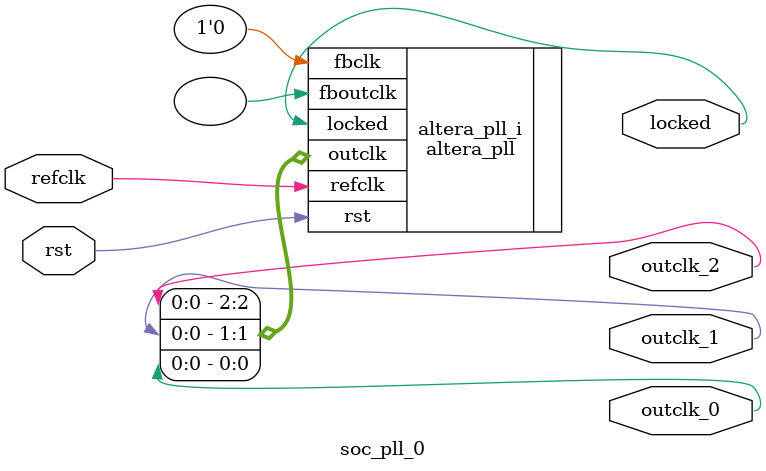
<source format=v>
`timescale 1ns/10ps
module  soc_pll_0(

	// interface 'refclk'
	input wire refclk,

	// interface 'reset'
	input wire rst,

	// interface 'outclk0'
	output wire outclk_0,

	// interface 'outclk1'
	output wire outclk_1,

	// interface 'outclk2'
	output wire outclk_2,

	// interface 'locked'
	output wire locked
);

	altera_pll #(
		.fractional_vco_multiplier("false"),
		.reference_clock_frequency("50.0 MHz"),
		.operation_mode("normal"),
		.number_of_clocks(3),
		.output_clock_frequency0("128.000000 MHz"),
		.phase_shift0("0 ps"),
		.duty_cycle0(50),
		.output_clock_frequency1("8.000000 MHz"),
		.phase_shift1("0 ps"),
		.duty_cycle1(50),
		.output_clock_frequency2("8.000000 MHz"),
		.phase_shift2("62500 ps"),
		.duty_cycle2(50),
		.output_clock_frequency3("0 MHz"),
		.phase_shift3("0 ps"),
		.duty_cycle3(50),
		.output_clock_frequency4("0 MHz"),
		.phase_shift4("0 ps"),
		.duty_cycle4(50),
		.output_clock_frequency5("0 MHz"),
		.phase_shift5("0 ps"),
		.duty_cycle5(50),
		.output_clock_frequency6("0 MHz"),
		.phase_shift6("0 ps"),
		.duty_cycle6(50),
		.output_clock_frequency7("0 MHz"),
		.phase_shift7("0 ps"),
		.duty_cycle7(50),
		.output_clock_frequency8("0 MHz"),
		.phase_shift8("0 ps"),
		.duty_cycle8(50),
		.output_clock_frequency9("0 MHz"),
		.phase_shift9("0 ps"),
		.duty_cycle9(50),
		.output_clock_frequency10("0 MHz"),
		.phase_shift10("0 ps"),
		.duty_cycle10(50),
		.output_clock_frequency11("0 MHz"),
		.phase_shift11("0 ps"),
		.duty_cycle11(50),
		.output_clock_frequency12("0 MHz"),
		.phase_shift12("0 ps"),
		.duty_cycle12(50),
		.output_clock_frequency13("0 MHz"),
		.phase_shift13("0 ps"),
		.duty_cycle13(50),
		.output_clock_frequency14("0 MHz"),
		.phase_shift14("0 ps"),
		.duty_cycle14(50),
		.output_clock_frequency15("0 MHz"),
		.phase_shift15("0 ps"),
		.duty_cycle15(50),
		.output_clock_frequency16("0 MHz"),
		.phase_shift16("0 ps"),
		.duty_cycle16(50),
		.output_clock_frequency17("0 MHz"),
		.phase_shift17("0 ps"),
		.duty_cycle17(50),
		.pll_type("General"),
		.pll_subtype("General")
	) altera_pll_i (
		.rst	(rst),
		.outclk	({outclk_2, outclk_1, outclk_0}),
		.locked	(locked),
		.fboutclk	( ),
		.fbclk	(1'b0),
		.refclk	(refclk)
	);
endmodule


</source>
